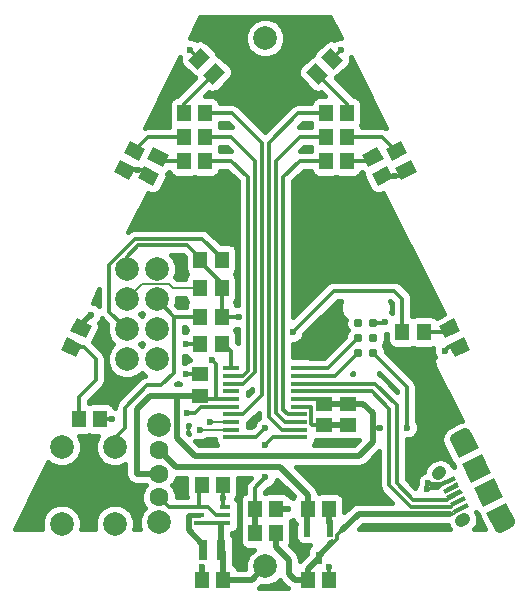
<source format=gtl>
G04 #@! TF.FileFunction,Copper,L1,Top,Signal*
%FSLAX46Y46*%
G04 Gerber Fmt 4.6, Leading zero omitted, Abs format (unit mm)*
G04 Created by KiCad (PCBNEW 4.0.2+e4-6225~38~ubuntu14.04.1-stable) date Wed 02 Nov 2016 10:45:12 GMT*
%MOMM*%
G01*
G04 APERTURE LIST*
%ADD10C,0.100000*%
%ADD11C,2.000000*%
%ADD12C,1.600000*%
%ADD13R,1.150000X1.450000*%
%ADD14R,1.450000X1.150000*%
%ADD15R,0.800000X1.700000*%
%ADD16C,1.000000*%
%ADD17R,0.950000X0.400000*%
%ADD18R,0.600000X1.000000*%
%ADD19C,0.787000*%
%ADD20R,1.350000X0.450000*%
%ADD21C,0.600000*%
%ADD22C,0.300000*%
%ADD23C,0.200000*%
%ADD24C,0.500000*%
%ADD25C,0.400000*%
G04 APERTURE END LIST*
D10*
D11*
X120800000Y-107200000D03*
X120800000Y-109740000D03*
X120800000Y-112280000D03*
X120800000Y-114820000D03*
X118260000Y-114820000D03*
X118260000Y-112280000D03*
X118260000Y-109740000D03*
X118260000Y-107200000D03*
X112750000Y-128750000D03*
X117250000Y-128750000D03*
X117250000Y-122250000D03*
X112750000Y-122250000D03*
X130000000Y-87650000D03*
X130000000Y-132350000D03*
D12*
X121000000Y-124500000D03*
X121000000Y-126500000D03*
X121000000Y-122500000D03*
D11*
X121000000Y-120400000D03*
X121000000Y-128600000D03*
D13*
X130900000Y-127500000D03*
X129100000Y-127500000D03*
X124900000Y-98000000D03*
X123100000Y-98000000D03*
X114200000Y-119900000D03*
X116000000Y-119900000D03*
X124900000Y-96000000D03*
X123100000Y-96000000D03*
X123100000Y-94000000D03*
X124900000Y-94000000D03*
X141600000Y-112500000D03*
X143400000Y-112500000D03*
X136900000Y-94000000D03*
X135100000Y-94000000D03*
X135100000Y-96000000D03*
X136900000Y-96000000D03*
X136900000Y-98000000D03*
X135100000Y-98000000D03*
X130900000Y-129500000D03*
X129100000Y-129500000D03*
X124500000Y-111200000D03*
X126300000Y-111200000D03*
X124600000Y-125500000D03*
X126400000Y-125500000D03*
X135400000Y-127500000D03*
X133600000Y-127500000D03*
X133600000Y-133500000D03*
X135400000Y-133500000D03*
X124600000Y-133500000D03*
X126400000Y-133500000D03*
D14*
X124500000Y-116100000D03*
X124500000Y-117900000D03*
X137000000Y-118600000D03*
X137000000Y-120400000D03*
X135000000Y-120400000D03*
X135000000Y-118600000D03*
D10*
G36*
X119293783Y-98034025D02*
X117997260Y-97384774D01*
X118512183Y-96356497D01*
X119808706Y-97005748D01*
X119293783Y-98034025D01*
X119293783Y-98034025D01*
G37*
G36*
X118487817Y-99643503D02*
X117191294Y-98994252D01*
X117706217Y-97965975D01*
X119002740Y-98615226D01*
X118487817Y-99643503D01*
X118487817Y-99643503D01*
G37*
G36*
X140808706Y-99494252D02*
X139512183Y-100143503D01*
X138997260Y-99115226D01*
X140293783Y-98465975D01*
X140808706Y-99494252D01*
X140808706Y-99494252D01*
G37*
G36*
X140002740Y-97884774D02*
X138706217Y-98534025D01*
X138191294Y-97505748D01*
X139487817Y-96856497D01*
X140002740Y-97884774D01*
X140002740Y-97884774D01*
G37*
G36*
X142002740Y-97384774D02*
X140706217Y-98034025D01*
X140191294Y-97005748D01*
X141487817Y-96356497D01*
X142002740Y-97384774D01*
X142002740Y-97384774D01*
G37*
G36*
X142808706Y-98994252D02*
X141512183Y-99643503D01*
X140997260Y-98615226D01*
X142293783Y-97965975D01*
X142808706Y-98994252D01*
X142808706Y-98994252D01*
G37*
G36*
X135530330Y-88444365D02*
X136555635Y-89469670D01*
X135742462Y-90282843D01*
X134717157Y-89257538D01*
X135530330Y-88444365D01*
X135530330Y-88444365D01*
G37*
G36*
X134257538Y-89717157D02*
X135282843Y-90742462D01*
X134469670Y-91555635D01*
X133444365Y-90530330D01*
X134257538Y-89717157D01*
X134257538Y-89717157D01*
G37*
G36*
X146502740Y-112384774D02*
X145206217Y-113034025D01*
X144691294Y-112005748D01*
X145987817Y-111356497D01*
X146502740Y-112384774D01*
X146502740Y-112384774D01*
G37*
G36*
X147308706Y-113994252D02*
X146012183Y-114643503D01*
X145497260Y-113615226D01*
X146793783Y-112965975D01*
X147308706Y-113994252D01*
X147308706Y-113994252D01*
G37*
G36*
X120487817Y-100143503D02*
X119191294Y-99494252D01*
X119706217Y-98465975D01*
X121002740Y-99115226D01*
X120487817Y-100143503D01*
X120487817Y-100143503D01*
G37*
G36*
X121293783Y-98534025D02*
X119997260Y-97884774D01*
X120512183Y-96856497D01*
X121808706Y-97505748D01*
X121293783Y-98534025D01*
X121293783Y-98534025D01*
G37*
G36*
X113206217Y-112965975D02*
X114502740Y-113615226D01*
X113987817Y-114643503D01*
X112691294Y-113994252D01*
X113206217Y-112965975D01*
X113206217Y-112965975D01*
G37*
G36*
X114012183Y-111356497D02*
X115308706Y-112005748D01*
X114793783Y-113034025D01*
X113497260Y-112384774D01*
X114012183Y-111356497D01*
X114012183Y-111356497D01*
G37*
G36*
X123444365Y-89469670D02*
X124469670Y-88444365D01*
X125282843Y-89257538D01*
X124257538Y-90282843D01*
X123444365Y-89469670D01*
X123444365Y-89469670D01*
G37*
G36*
X124717157Y-90742462D02*
X125742462Y-89717157D01*
X126555635Y-90530330D01*
X125530330Y-91555635D01*
X124717157Y-90742462D01*
X124717157Y-90742462D01*
G37*
D15*
X126250000Y-131000000D03*
X124750000Y-131000000D03*
D10*
G36*
X146693106Y-126176593D02*
X145485998Y-126781068D01*
X145306894Y-126423407D01*
X146514002Y-125818932D01*
X146693106Y-126176593D01*
X146693106Y-126176593D01*
G37*
G36*
X146402063Y-125595392D02*
X145194955Y-126199867D01*
X145015851Y-125842206D01*
X146222959Y-125237731D01*
X146402063Y-125595392D01*
X146402063Y-125595392D01*
G37*
G36*
X146984150Y-126757793D02*
X145777042Y-127362268D01*
X145597938Y-127004607D01*
X146805046Y-126400132D01*
X146984150Y-126757793D01*
X146984150Y-126757793D01*
G37*
G36*
X147275193Y-127338993D02*
X146068085Y-127943468D01*
X145888981Y-127585807D01*
X147096089Y-126981332D01*
X147275193Y-127338993D01*
X147275193Y-127338993D01*
G37*
G36*
X146111020Y-125014192D02*
X144903912Y-125618667D01*
X144724808Y-125261006D01*
X145931916Y-124656531D01*
X146111020Y-125014192D01*
X146111020Y-125014192D01*
G37*
D16*
X144601367Y-124511998D02*
X144824905Y-124400058D01*
X146593895Y-128490984D02*
X146817433Y-128379044D01*
D10*
G36*
X149129370Y-124453335D02*
X147430477Y-125304077D01*
X146624510Y-123694599D01*
X148323403Y-122843857D01*
X149129370Y-124453335D01*
X149129370Y-124453335D01*
G37*
G36*
X150159216Y-126509889D02*
X148460323Y-127360631D01*
X147654356Y-125751153D01*
X149353249Y-124900411D01*
X150159216Y-126509889D01*
X150159216Y-126509889D01*
G37*
G36*
X148077136Y-122352072D02*
X146378243Y-123202815D01*
X145673022Y-121794522D01*
X147371915Y-120943779D01*
X148077136Y-122352072D01*
X148077136Y-122352072D01*
G37*
D16*
X146120100Y-121570642D02*
X146924838Y-121167658D01*
D10*
G36*
X151110704Y-128409966D02*
X149411811Y-129260709D01*
X148706590Y-127852416D01*
X150405483Y-127001673D01*
X151110704Y-128409966D01*
X151110704Y-128409966D01*
G37*
D16*
X149858888Y-129036830D02*
X150663626Y-128633846D01*
D17*
X126600000Y-128650000D03*
X126600000Y-128000000D03*
X126600000Y-127350000D03*
X124400000Y-127350000D03*
X124400000Y-128000000D03*
X124400000Y-128650000D03*
D18*
X135450000Y-129350000D03*
X133550000Y-129350000D03*
X134500000Y-131650000D03*
D19*
X139140000Y-114270000D03*
X137870000Y-114270000D03*
X139140000Y-113000000D03*
X137870000Y-113000000D03*
X139140000Y-111730000D03*
X137870000Y-111730000D03*
D20*
X127125000Y-115575000D03*
X127125000Y-116225000D03*
X127125000Y-116875000D03*
X127125000Y-117525000D03*
X127125000Y-118175000D03*
X127125000Y-118825000D03*
X127125000Y-119475000D03*
X127125000Y-120125000D03*
X127125000Y-120775000D03*
X127125000Y-121425000D03*
X132875000Y-121425000D03*
X132875000Y-120775000D03*
X132875000Y-120125000D03*
X132875000Y-119475000D03*
X132875000Y-118825000D03*
X132875000Y-118175000D03*
X132875000Y-117525000D03*
X132875000Y-116875000D03*
X132875000Y-116225000D03*
X132875000Y-115575000D03*
D13*
X124500000Y-113500000D03*
X126300000Y-113500000D03*
X124500000Y-108800000D03*
X126300000Y-108800000D03*
X126300000Y-106400000D03*
X124500000Y-106400000D03*
D21*
X127725000Y-111225000D03*
X125500000Y-114875000D03*
X139700000Y-120600000D03*
X142000000Y-120600000D03*
X115225000Y-111025000D03*
X123300000Y-113500000D03*
X145200000Y-114100000D03*
X140100000Y-111700000D03*
X123300000Y-116100000D03*
X136400000Y-88600000D03*
X123600000Y-88600000D03*
X141000000Y-99304739D03*
X119200000Y-98804739D03*
X136000000Y-120400000D03*
X131900000Y-127500000D03*
X124600000Y-132400000D03*
X135400000Y-128500000D03*
X143700000Y-125800000D03*
X143800000Y-125300000D03*
X144200000Y-125600000D03*
X135400000Y-132400000D03*
X126400000Y-126600000D03*
X130000000Y-124800000D03*
X130000000Y-122100000D03*
X132300000Y-112500000D03*
X130000000Y-120600000D03*
X117000000Y-119900000D03*
X123350000Y-119380000D03*
X125275000Y-120125000D03*
X124425000Y-120775000D03*
D22*
X132875000Y-115575000D02*
X135295000Y-115575000D01*
X135295000Y-115575000D02*
X137870000Y-113000000D01*
X132875000Y-116225000D02*
X135915000Y-116225000D01*
X135915000Y-116225000D02*
X137870000Y-114270000D01*
X132875000Y-116875000D02*
X139275000Y-116875000D01*
X139275000Y-116875000D02*
X141100000Y-118700000D01*
X141100000Y-118700000D02*
X141100000Y-125300000D01*
X141100000Y-125300000D02*
X142500000Y-126700000D01*
X142500000Y-126700000D02*
X143575000Y-126700000D01*
X145400000Y-126700000D02*
X143575000Y-126700000D01*
D23*
X145800000Y-126300000D02*
X145400000Y-126700000D01*
X146000000Y-126300000D02*
X145800000Y-126300000D01*
D22*
X140500000Y-119000000D02*
X140500000Y-125500000D01*
X140500000Y-125500000D02*
X142300000Y-127300000D01*
X142300000Y-127300000D02*
X143680012Y-127300000D01*
X139000000Y-117500000D02*
X140500000Y-119000000D01*
X133875000Y-117500000D02*
X139000000Y-117500000D01*
X132875000Y-117525000D02*
X133850000Y-117525000D01*
X133850000Y-117525000D02*
X133875000Y-117500000D01*
D23*
X146291044Y-126881200D02*
X146118800Y-126881200D01*
X146118800Y-126881200D02*
X145700000Y-127300000D01*
D22*
X145700000Y-127300000D02*
X143680012Y-127300000D01*
X118260000Y-107200000D02*
X118260000Y-106140000D01*
X118260000Y-106140000D02*
X119250000Y-105150000D01*
X119250000Y-105150000D02*
X123400000Y-105150000D01*
X123400000Y-105150000D02*
X124500000Y-106250000D01*
X124500000Y-106250000D02*
X124500000Y-106400000D01*
X124500000Y-106400000D02*
X124500000Y-106550000D01*
X124500000Y-106550000D02*
X126300000Y-108350000D01*
X126300000Y-108350000D02*
X126300000Y-108800000D01*
D24*
X122200000Y-117900000D02*
X122490000Y-117900000D01*
X122490000Y-117900000D02*
X123100000Y-117900000D01*
X139100000Y-120700000D02*
X139100000Y-121800000D01*
X139100000Y-121800000D02*
X137900000Y-123000000D01*
X137900000Y-123000000D02*
X124000000Y-123000000D01*
X124000000Y-123000000D02*
X122490000Y-121490000D01*
X122490000Y-121490000D02*
X122490000Y-117900000D01*
D22*
X127725000Y-111225000D02*
X126325000Y-111225000D01*
X126325000Y-111225000D02*
X126300000Y-111200000D01*
X125800000Y-118175000D02*
X124775000Y-118175000D01*
X127125000Y-118175000D02*
X125800000Y-118175000D01*
X125800000Y-118175000D02*
X125800000Y-115175000D01*
X125800000Y-115175000D02*
X125500000Y-114875000D01*
D24*
X121925000Y-117900000D02*
X122200000Y-117900000D01*
X120200000Y-117900000D02*
X121925000Y-117900000D01*
D22*
X124500000Y-117900000D02*
X121925000Y-117900000D01*
X126300000Y-108900000D02*
X126300000Y-111200000D01*
D24*
X139100000Y-120700000D02*
X139100000Y-119400000D01*
D22*
X139700000Y-120600000D02*
X139200000Y-120600000D01*
X139200000Y-120600000D02*
X139100000Y-120700000D01*
X139140000Y-114270000D02*
X142000000Y-117130000D01*
X142000000Y-117130000D02*
X142000000Y-120600000D01*
X132875000Y-118175000D02*
X134575000Y-118175000D01*
X134575000Y-118175000D02*
X135000000Y-118600000D01*
D24*
X137000000Y-118600000D02*
X135000000Y-118600000D01*
X139100000Y-119400000D02*
X138300000Y-118600000D01*
X138300000Y-118600000D02*
X137000000Y-118600000D01*
X123100000Y-117900000D02*
X124500000Y-117900000D01*
D22*
X124775000Y-118175000D02*
X124500000Y-117900000D01*
D24*
X119100000Y-119000000D02*
X120200000Y-117900000D01*
X119100000Y-124500000D02*
X119100000Y-119000000D01*
X119100000Y-124500000D02*
X121000000Y-124500000D01*
X114402983Y-111847017D02*
X115225000Y-111025000D01*
X114402983Y-112195261D02*
X114402983Y-111847017D01*
D22*
X114402983Y-112202983D02*
X114402983Y-112195261D01*
X123625000Y-113500000D02*
X123300000Y-113500000D01*
X124500000Y-113500000D02*
X123625000Y-113500000D01*
X124700000Y-113500000D02*
X123825000Y-113500000D01*
X146402983Y-113804739D02*
X145495261Y-113804739D01*
X145495261Y-113804739D02*
X145200000Y-114100000D01*
X139140000Y-111730000D02*
X140070000Y-111730000D01*
D23*
X140070000Y-111730000D02*
X140100000Y-111700000D01*
D22*
X124500000Y-116100000D02*
X123300000Y-116100000D01*
X135636396Y-89363604D02*
X136400000Y-88600000D01*
X124363604Y-89363604D02*
X123600000Y-88600000D01*
X141000000Y-99304739D02*
X141402983Y-99304739D01*
X139902983Y-99304739D02*
X141000000Y-99304739D01*
X141402983Y-99304739D02*
X141902983Y-98804739D01*
X119200000Y-98804739D02*
X119597017Y-98804739D01*
X118097017Y-98804739D02*
X119200000Y-98804739D01*
X119597017Y-98804739D02*
X120097017Y-99304739D01*
X132875000Y-118825000D02*
X133825000Y-118825000D01*
X133825000Y-118825000D02*
X133900000Y-118900000D01*
X133900000Y-118900000D02*
X133900000Y-120325000D01*
X133900000Y-120325000D02*
X133975000Y-120400000D01*
X133975000Y-120400000D02*
X135000000Y-120400000D01*
D24*
X136000000Y-120400000D02*
X135000000Y-120400000D01*
X137000000Y-120400000D02*
X136000000Y-120400000D01*
X130900000Y-127500000D02*
X131900000Y-127500000D01*
D22*
X126400000Y-126600000D02*
X126400000Y-127150000D01*
X126400000Y-127150000D02*
X126600000Y-127350000D01*
D24*
X124600000Y-133500000D02*
X124600000Y-132400000D01*
X135400000Y-127500000D02*
X135400000Y-128500000D01*
X135450000Y-129350000D02*
X135450000Y-128550000D01*
X135450000Y-128550000D02*
X135400000Y-128500000D01*
D23*
X144524264Y-125474264D02*
X144450000Y-125400000D01*
X144750000Y-125474264D02*
X144524264Y-125474264D01*
X144200000Y-125600000D02*
X144624264Y-125600000D01*
X144624264Y-125600000D02*
X144750000Y-125474264D01*
X143800000Y-125300000D02*
X145255513Y-125300000D01*
X145255513Y-125300000D02*
X145417914Y-125137599D01*
X143700000Y-125800000D02*
X144600000Y-125800000D01*
X144600000Y-125800000D02*
X144800000Y-125600000D01*
X143800000Y-125300000D02*
X143800000Y-125700000D01*
X143800000Y-125700000D02*
X143700000Y-125800000D01*
X144200000Y-125600000D02*
X144100000Y-125600000D01*
X144100000Y-125600000D02*
X143800000Y-125300000D01*
X144800000Y-125600000D02*
X144200000Y-125600000D01*
X145262401Y-125137599D02*
X144800000Y-125600000D01*
X145417914Y-125137599D02*
X145262401Y-125137599D01*
D22*
X135400000Y-133500000D02*
X135400000Y-132400000D01*
X126400000Y-125500000D02*
X126400000Y-126600000D01*
X126600000Y-125700000D02*
X126400000Y-125500000D01*
X132875000Y-119475000D02*
X131875000Y-119475000D01*
X131875000Y-119475000D02*
X131500000Y-119100000D01*
X131500000Y-119100000D02*
X131500000Y-99400000D01*
X131500000Y-99400000D02*
X132900000Y-98000000D01*
X132900000Y-98000000D02*
X135100000Y-98000000D01*
X132875000Y-120125000D02*
X131625000Y-120125000D01*
X131625000Y-120125000D02*
X130900000Y-119400000D01*
X130900000Y-119400000D02*
X130900000Y-98000000D01*
X130900000Y-98000000D02*
X132900000Y-96000000D01*
X132900000Y-96000000D02*
X135100000Y-96000000D01*
X132875000Y-120775000D02*
X131375000Y-120775000D01*
X131375000Y-120775000D02*
X130300000Y-119700000D01*
X130300000Y-119700000D02*
X130300000Y-96500000D01*
X130300000Y-96500000D02*
X132800000Y-94000000D01*
X132800000Y-94000000D02*
X135100000Y-94000000D01*
X129100000Y-125700000D02*
X129100000Y-127500000D01*
X130000000Y-124800000D02*
X129100000Y-125700000D01*
X132875000Y-121425000D02*
X130675000Y-121425000D01*
X130675000Y-121425000D02*
X130000000Y-122100000D01*
D24*
X129100000Y-129500000D02*
X129100000Y-127500000D01*
D22*
X140900000Y-109000000D02*
X141600000Y-109700000D01*
X141600000Y-109700000D02*
X141600000Y-112500000D01*
X135800000Y-109000000D02*
X140900000Y-109000000D01*
X132300000Y-112500000D02*
X135800000Y-109000000D01*
X127125000Y-121425000D02*
X129175000Y-121425000D01*
X129175000Y-121425000D02*
X130000000Y-120600000D01*
X124900000Y-94000000D02*
X127200000Y-94000000D01*
X127200000Y-94000000D02*
X129700000Y-96500000D01*
X129700000Y-96500000D02*
X129700000Y-117875000D01*
X129700000Y-117875000D02*
X128100000Y-119475000D01*
X128100000Y-119475000D02*
X127125000Y-119475000D01*
X129100000Y-98000000D02*
X129100000Y-115900000D01*
X128125000Y-116875000D02*
X128100000Y-116875000D01*
X128100000Y-116875000D02*
X127125000Y-116875000D01*
X129100000Y-115900000D02*
X128125000Y-116875000D01*
X129100000Y-98000000D02*
X127100000Y-96000000D01*
X127100000Y-96000000D02*
X124900000Y-96000000D01*
X124900000Y-98000000D02*
X127100000Y-98000000D01*
X127100000Y-98000000D02*
X128500000Y-99400000D01*
X128500000Y-99400000D02*
X128500000Y-115825000D01*
X128500000Y-115825000D02*
X128100000Y-116225000D01*
X128100000Y-116225000D02*
X127125000Y-116225000D01*
X123350000Y-119380000D02*
X124020000Y-119380000D01*
X124020000Y-119380000D02*
X124575000Y-118825000D01*
X116000000Y-119900000D02*
X117000000Y-119900000D01*
X127125000Y-118825000D02*
X124575000Y-118825000D01*
D23*
X145875000Y-127900000D02*
X145975000Y-127800000D01*
X145600000Y-127900000D02*
X145875000Y-127900000D01*
X146000000Y-127900000D02*
X145600000Y-127900000D01*
X146582087Y-127462400D02*
X146437600Y-127462400D01*
X145800000Y-127800000D02*
X145900000Y-127700000D01*
D22*
X145800000Y-127900000D02*
X145600000Y-127900000D01*
D23*
X145800000Y-127900000D02*
X145800000Y-127800000D01*
D24*
X132000000Y-132975000D02*
X132000000Y-131825000D01*
X132000000Y-131825000D02*
X130900000Y-130725000D01*
X130900000Y-130725000D02*
X130900000Y-129500000D01*
X133600000Y-133500000D02*
X132525000Y-133500000D01*
X132525000Y-133500000D02*
X132000000Y-132975000D01*
D22*
X135650000Y-130300000D02*
X135840002Y-130300000D01*
D24*
X134500000Y-131650000D02*
X134500000Y-131450000D01*
X134500000Y-131450000D02*
X135650000Y-130300000D01*
X145600000Y-127900000D02*
X143572892Y-127900000D01*
D23*
X146437600Y-127462400D02*
X146000000Y-127900000D01*
D24*
X133600000Y-133500000D02*
X133600000Y-132550000D01*
X133600000Y-132550000D02*
X134500000Y-131650000D01*
X137900000Y-127900000D02*
X143572892Y-127900000D01*
X136500000Y-129300000D02*
X137900000Y-127900000D01*
D22*
X136100000Y-129700000D02*
X136500000Y-129300000D01*
X136100000Y-130040002D02*
X136100000Y-129700000D01*
X135840002Y-130300000D02*
X136100000Y-130040002D01*
D24*
X131225000Y-123900000D02*
X122400000Y-123900000D01*
X122400000Y-123900000D02*
X121000000Y-122500000D01*
X133600000Y-127500000D02*
X133600000Y-126275000D01*
X133600000Y-126275000D02*
X131225000Y-123900000D01*
X133550000Y-129350000D02*
X133550000Y-127550000D01*
X133550000Y-127550000D02*
X133600000Y-127500000D01*
D22*
X124400000Y-128650000D02*
X126000000Y-128650000D01*
X126000000Y-128650000D02*
X126600000Y-128650000D01*
D24*
X126250000Y-131000000D02*
X126250000Y-128900000D01*
D22*
X126250000Y-128900000D02*
X126000000Y-128650000D01*
D24*
X126400000Y-133500000D02*
X126400000Y-131150000D01*
X126400000Y-131150000D02*
X126250000Y-131000000D01*
X126400000Y-133500000D02*
X128850000Y-133500000D01*
X128850000Y-133500000D02*
X130000000Y-132350000D01*
D25*
X124400000Y-128000000D02*
X123625000Y-128000000D01*
X123625000Y-128000000D02*
X123500000Y-128125000D01*
D24*
X123500000Y-128125000D02*
X123500000Y-129300000D01*
X123500000Y-129300000D02*
X124750000Y-130550000D01*
D22*
X124750000Y-130550000D02*
X124750000Y-131000000D01*
X124400000Y-127350000D02*
X124400000Y-125700000D01*
X124400000Y-125700000D02*
X124600000Y-125500000D01*
X124400000Y-127350000D02*
X121850000Y-127350000D01*
X121850000Y-127350000D02*
X121000000Y-126500000D01*
X126600000Y-128000000D02*
X125825000Y-128000000D01*
X125825000Y-128000000D02*
X125175000Y-127350000D01*
X125175000Y-127350000D02*
X124400000Y-127350000D01*
X123100000Y-94000000D02*
X123100000Y-93172792D01*
X123100000Y-93172792D02*
X125053034Y-91219758D01*
X125053034Y-91219758D02*
X125636396Y-90636396D01*
X115625000Y-114775000D02*
X114654739Y-113804739D01*
X114654739Y-113804739D02*
X113597017Y-113804739D01*
X115625000Y-116550000D02*
X115625000Y-114775000D01*
X114200000Y-117975000D02*
X115625000Y-116550000D01*
X114200000Y-119900000D02*
X114200000Y-117975000D01*
X123100000Y-98000000D02*
X121207722Y-98000000D01*
X121207722Y-98000000D02*
X120902983Y-97695261D01*
X143400000Y-112500000D02*
X145292278Y-112500000D01*
X145292278Y-112500000D02*
X145597017Y-112195261D01*
X136900000Y-94000000D02*
X136900000Y-93172792D01*
X136900000Y-93172792D02*
X134946966Y-91219758D01*
X134946966Y-91219758D02*
X134363604Y-90636396D01*
X136900000Y-96000000D02*
X139901756Y-96000000D01*
X139901756Y-96000000D02*
X141097017Y-97195261D01*
X136900000Y-98000000D02*
X138792278Y-98000000D01*
X138792278Y-98000000D02*
X139097017Y-97695261D01*
X123100000Y-96000000D02*
X120098244Y-96000000D01*
X120098244Y-96000000D02*
X118902983Y-97195261D01*
X126300000Y-113500000D02*
X126500000Y-113500000D01*
X126500000Y-113500000D02*
X127125000Y-114125000D01*
X127125000Y-115575000D02*
X127125000Y-114125000D01*
D23*
X127125000Y-120125000D02*
X125275000Y-120125000D01*
X127125000Y-120775000D02*
X124425000Y-120775000D01*
D22*
X122260000Y-111200000D02*
X122260000Y-115940000D01*
X122260000Y-115940000D02*
X121200000Y-117000000D01*
X121200000Y-117000000D02*
X120000000Y-117000000D01*
X120000000Y-117000000D02*
X118100000Y-118900000D01*
X117250000Y-121450000D02*
X117250000Y-122250000D01*
X118100000Y-118900000D02*
X118100000Y-120600000D01*
X118100000Y-120600000D02*
X117250000Y-121450000D01*
X124500000Y-111200000D02*
X122260000Y-111200000D01*
X122260000Y-111200000D02*
X120800000Y-109740000D01*
X120800000Y-109740000D02*
X120800000Y-109600000D01*
D23*
X124500000Y-108800000D02*
X122149999Y-108800000D01*
X122149999Y-108800000D02*
X121800000Y-108450001D01*
X121800000Y-108450001D02*
X119549999Y-108450001D01*
X119549999Y-108450001D02*
X118260000Y-109740000D01*
D22*
X118260000Y-112280000D02*
X118260000Y-112260000D01*
X118260000Y-112260000D02*
X116800000Y-110800000D01*
X116800000Y-110800000D02*
X116800000Y-106800000D01*
X116800000Y-106800000D02*
X119000000Y-104600000D01*
X119000000Y-104600000D02*
X124650000Y-104600000D01*
X124650000Y-104600000D02*
X126300000Y-106250000D01*
X126300000Y-106250000D02*
X126300000Y-106400000D01*
D25*
G36*
X131328249Y-133646751D02*
X131853248Y-134171751D01*
X131895525Y-134200000D01*
X129479474Y-134200000D01*
X129521751Y-134171751D01*
X129648659Y-134044843D01*
X129660366Y-134049704D01*
X130336667Y-134050294D01*
X130961715Y-133792030D01*
X131239821Y-133514410D01*
X131328249Y-133646751D01*
X131328249Y-133646751D01*
G37*
X131328249Y-133646751D02*
X131853248Y-134171751D01*
X131895525Y-134200000D01*
X129479474Y-134200000D01*
X129521751Y-134171751D01*
X129648659Y-134044843D01*
X129660366Y-134049704D01*
X130336667Y-134050294D01*
X130961715Y-133792030D01*
X131239821Y-133514410D01*
X131328249Y-133646751D01*
G36*
X128498959Y-125098959D02*
X128314702Y-125374719D01*
X128250000Y-125700000D01*
X128250000Y-126120133D01*
X128027349Y-126263405D01*
X127867518Y-126497326D01*
X127811287Y-126775000D01*
X127811287Y-128225000D01*
X127860097Y-128484404D01*
X127867978Y-128496652D01*
X127867518Y-128497326D01*
X127811287Y-128775000D01*
X127811287Y-130225000D01*
X127860097Y-130484404D01*
X128013405Y-130722651D01*
X128247326Y-130882482D01*
X128525000Y-130938713D01*
X129007488Y-130938713D01*
X128559650Y-131385770D01*
X128300296Y-132010366D01*
X128299825Y-132550000D01*
X127646377Y-132550000D01*
X127639903Y-132515596D01*
X127486595Y-132277349D01*
X127350000Y-132184018D01*
X127350000Y-131917716D01*
X127363713Y-131850000D01*
X127363713Y-130150000D01*
X127314903Y-129890596D01*
X127200000Y-129712032D01*
X127200000Y-129540193D01*
X127334404Y-129514903D01*
X127572651Y-129361595D01*
X127732482Y-129127674D01*
X127788713Y-128850000D01*
X127788713Y-128450000D01*
X127764329Y-128320410D01*
X127788713Y-128200000D01*
X127788713Y-127800000D01*
X127764329Y-127670410D01*
X127788713Y-127550000D01*
X127788713Y-127150000D01*
X127739903Y-126890596D01*
X127586595Y-126652349D01*
X127548158Y-126626086D01*
X127632482Y-126502674D01*
X127688713Y-126225000D01*
X127688713Y-124850000D01*
X128747918Y-124850000D01*
X128498959Y-125098959D01*
X128498959Y-125098959D01*
G37*
X128498959Y-125098959D02*
X128314702Y-125374719D01*
X128250000Y-125700000D01*
X128250000Y-126120133D01*
X128027349Y-126263405D01*
X127867518Y-126497326D01*
X127811287Y-126775000D01*
X127811287Y-128225000D01*
X127860097Y-128484404D01*
X127867978Y-128496652D01*
X127867518Y-128497326D01*
X127811287Y-128775000D01*
X127811287Y-130225000D01*
X127860097Y-130484404D01*
X128013405Y-130722651D01*
X128247326Y-130882482D01*
X128525000Y-130938713D01*
X129007488Y-130938713D01*
X128559650Y-131385770D01*
X128300296Y-132010366D01*
X128299825Y-132550000D01*
X127646377Y-132550000D01*
X127639903Y-132515596D01*
X127486595Y-132277349D01*
X127350000Y-132184018D01*
X127350000Y-131917716D01*
X127363713Y-131850000D01*
X127363713Y-130150000D01*
X127314903Y-129890596D01*
X127200000Y-129712032D01*
X127200000Y-129540193D01*
X127334404Y-129514903D01*
X127572651Y-129361595D01*
X127732482Y-129127674D01*
X127788713Y-128850000D01*
X127788713Y-128450000D01*
X127764329Y-128320410D01*
X127788713Y-128200000D01*
X127788713Y-127800000D01*
X127764329Y-127670410D01*
X127788713Y-127550000D01*
X127788713Y-127150000D01*
X127739903Y-126890596D01*
X127586595Y-126652349D01*
X127548158Y-126626086D01*
X127632482Y-126502674D01*
X127688713Y-126225000D01*
X127688713Y-124850000D01*
X128747918Y-124850000D01*
X128498959Y-125098959D01*
G36*
X132360097Y-128484404D02*
X132513405Y-128722651D01*
X132556160Y-128751864D01*
X132536287Y-128850000D01*
X132536287Y-129850000D01*
X132585097Y-130109404D01*
X132738405Y-130347651D01*
X132972326Y-130507482D01*
X133250000Y-130563713D01*
X133818423Y-130563713D01*
X133702349Y-130638405D01*
X133542518Y-130872326D01*
X133486287Y-131150000D01*
X133486287Y-131320210D01*
X132950000Y-131856498D01*
X132950000Y-131825000D01*
X132877686Y-131461451D01*
X132877686Y-131461450D01*
X132671751Y-131153249D01*
X132087301Y-130568799D01*
X132132482Y-130502674D01*
X132188713Y-130225000D01*
X132188713Y-128775000D01*
X132139903Y-128515596D01*
X132132022Y-128503348D01*
X132132482Y-128502674D01*
X132136180Y-128484414D01*
X132343946Y-128398567D01*
X132360097Y-128484404D01*
X132360097Y-128484404D01*
G37*
X132360097Y-128484404D02*
X132513405Y-128722651D01*
X132556160Y-128751864D01*
X132536287Y-128850000D01*
X132536287Y-129850000D01*
X132585097Y-130109404D01*
X132738405Y-130347651D01*
X132972326Y-130507482D01*
X133250000Y-130563713D01*
X133818423Y-130563713D01*
X133702349Y-130638405D01*
X133542518Y-130872326D01*
X133486287Y-131150000D01*
X133486287Y-131320210D01*
X132950000Y-131856498D01*
X132950000Y-131825000D01*
X132877686Y-131461451D01*
X132877686Y-131461450D01*
X132671751Y-131153249D01*
X132087301Y-130568799D01*
X132132482Y-130502674D01*
X132188713Y-130225000D01*
X132188713Y-128775000D01*
X132139903Y-128515596D01*
X132132022Y-128503348D01*
X132132482Y-128502674D01*
X132136180Y-128484414D01*
X132343946Y-128398567D01*
X132360097Y-128484404D01*
G36*
X115147326Y-121282482D02*
X115425000Y-121338713D01*
X115787666Y-121338713D01*
X115550296Y-121910366D01*
X115549706Y-122586667D01*
X115807970Y-123211715D01*
X116285770Y-123690350D01*
X116910366Y-123949704D01*
X117586667Y-123950294D01*
X118150000Y-123717530D01*
X118150000Y-124500000D01*
X118222314Y-124863549D01*
X118428249Y-125171751D01*
X118736451Y-125377686D01*
X119100000Y-125450000D01*
X119828871Y-125450000D01*
X119878678Y-125499894D01*
X119729103Y-125649209D01*
X119500261Y-126200323D01*
X119499740Y-126797059D01*
X119727620Y-127348572D01*
X119787380Y-127408437D01*
X119575287Y-127620161D01*
X119568921Y-127622064D01*
X119565615Y-127629815D01*
X119559650Y-127635770D01*
X119433100Y-127940538D01*
X119303615Y-128244154D01*
X119303527Y-128252584D01*
X119300296Y-128260366D01*
X119300008Y-128590282D01*
X119296568Y-128920420D01*
X119299713Y-128928243D01*
X119299706Y-128936667D01*
X119408513Y-129200000D01*
X118906231Y-129200000D01*
X118946385Y-129105846D01*
X118946473Y-129097416D01*
X118949704Y-129089634D01*
X118949992Y-128759718D01*
X118953432Y-128429580D01*
X118950287Y-128421757D01*
X118950294Y-128413333D01*
X118824297Y-128108396D01*
X118701146Y-127802096D01*
X118692212Y-127788726D01*
X118692030Y-127788285D01*
X118691690Y-127787945D01*
X118681079Y-127772064D01*
X118673607Y-127769830D01*
X118229839Y-127325287D01*
X118227936Y-127318921D01*
X118220185Y-127315615D01*
X118214230Y-127309650D01*
X117909462Y-127183100D01*
X117605846Y-127053615D01*
X117597416Y-127053527D01*
X117589634Y-127050296D01*
X117259718Y-127050008D01*
X116929580Y-127046568D01*
X116921757Y-127049713D01*
X116913333Y-127049706D01*
X116608396Y-127175703D01*
X116302096Y-127298854D01*
X116288726Y-127307788D01*
X116288285Y-127307970D01*
X116287945Y-127308310D01*
X116272064Y-127318921D01*
X116269830Y-127326393D01*
X115825287Y-127770161D01*
X115818921Y-127772064D01*
X115815615Y-127779815D01*
X115809650Y-127785770D01*
X115683100Y-128090538D01*
X115553615Y-128394154D01*
X115553527Y-128402584D01*
X115550296Y-128410366D01*
X115550008Y-128740282D01*
X115546568Y-129070420D01*
X115549713Y-129078243D01*
X115549706Y-129086667D01*
X115596534Y-129200000D01*
X114406231Y-129200000D01*
X114446385Y-129105846D01*
X114446473Y-129097416D01*
X114449704Y-129089634D01*
X114449992Y-128759718D01*
X114453432Y-128429580D01*
X114450287Y-128421757D01*
X114450294Y-128413333D01*
X114324297Y-128108396D01*
X114201146Y-127802096D01*
X114192212Y-127788726D01*
X114192030Y-127788285D01*
X114191690Y-127787945D01*
X114181079Y-127772064D01*
X114173607Y-127769830D01*
X113729839Y-127325287D01*
X113727936Y-127318921D01*
X113720185Y-127315615D01*
X113714230Y-127309650D01*
X113409462Y-127183100D01*
X113105846Y-127053615D01*
X113097416Y-127053527D01*
X113089634Y-127050296D01*
X112759718Y-127050008D01*
X112429580Y-127046568D01*
X112421757Y-127049713D01*
X112413333Y-127049706D01*
X112108396Y-127175703D01*
X111802096Y-127298854D01*
X111788726Y-127307788D01*
X111788285Y-127307970D01*
X111787945Y-127308310D01*
X111772064Y-127318921D01*
X111769830Y-127326393D01*
X111325287Y-127770161D01*
X111318921Y-127772064D01*
X111315615Y-127779815D01*
X111309650Y-127785770D01*
X111183100Y-128090538D01*
X111053615Y-128394154D01*
X111053527Y-128402584D01*
X111050296Y-128410366D01*
X111050008Y-128740282D01*
X111046568Y-129070420D01*
X111049713Y-129078243D01*
X111049706Y-129086667D01*
X111096534Y-129200000D01*
X108794428Y-129200000D01*
X111628183Y-123532488D01*
X111785770Y-123690350D01*
X112410366Y-123949704D01*
X113086667Y-123950294D01*
X113711715Y-123692030D01*
X114190350Y-123214230D01*
X114449704Y-122589634D01*
X114450294Y-121913333D01*
X114212866Y-121338713D01*
X114775000Y-121338713D01*
X115034404Y-121289903D01*
X115098151Y-121248883D01*
X115147326Y-121282482D01*
X115147326Y-121282482D01*
G37*
X115147326Y-121282482D02*
X115425000Y-121338713D01*
X115787666Y-121338713D01*
X115550296Y-121910366D01*
X115549706Y-122586667D01*
X115807970Y-123211715D01*
X116285770Y-123690350D01*
X116910366Y-123949704D01*
X117586667Y-123950294D01*
X118150000Y-123717530D01*
X118150000Y-124500000D01*
X118222314Y-124863549D01*
X118428249Y-125171751D01*
X118736451Y-125377686D01*
X119100000Y-125450000D01*
X119828871Y-125450000D01*
X119878678Y-125499894D01*
X119729103Y-125649209D01*
X119500261Y-126200323D01*
X119499740Y-126797059D01*
X119727620Y-127348572D01*
X119787380Y-127408437D01*
X119575287Y-127620161D01*
X119568921Y-127622064D01*
X119565615Y-127629815D01*
X119559650Y-127635770D01*
X119433100Y-127940538D01*
X119303615Y-128244154D01*
X119303527Y-128252584D01*
X119300296Y-128260366D01*
X119300008Y-128590282D01*
X119296568Y-128920420D01*
X119299713Y-128928243D01*
X119299706Y-128936667D01*
X119408513Y-129200000D01*
X118906231Y-129200000D01*
X118946385Y-129105846D01*
X118946473Y-129097416D01*
X118949704Y-129089634D01*
X118949992Y-128759718D01*
X118953432Y-128429580D01*
X118950287Y-128421757D01*
X118950294Y-128413333D01*
X118824297Y-128108396D01*
X118701146Y-127802096D01*
X118692212Y-127788726D01*
X118692030Y-127788285D01*
X118691690Y-127787945D01*
X118681079Y-127772064D01*
X118673607Y-127769830D01*
X118229839Y-127325287D01*
X118227936Y-127318921D01*
X118220185Y-127315615D01*
X118214230Y-127309650D01*
X117909462Y-127183100D01*
X117605846Y-127053615D01*
X117597416Y-127053527D01*
X117589634Y-127050296D01*
X117259718Y-127050008D01*
X116929580Y-127046568D01*
X116921757Y-127049713D01*
X116913333Y-127049706D01*
X116608396Y-127175703D01*
X116302096Y-127298854D01*
X116288726Y-127307788D01*
X116288285Y-127307970D01*
X116287945Y-127308310D01*
X116272064Y-127318921D01*
X116269830Y-127326393D01*
X115825287Y-127770161D01*
X115818921Y-127772064D01*
X115815615Y-127779815D01*
X115809650Y-127785770D01*
X115683100Y-128090538D01*
X115553615Y-128394154D01*
X115553527Y-128402584D01*
X115550296Y-128410366D01*
X115550008Y-128740282D01*
X115546568Y-129070420D01*
X115549713Y-129078243D01*
X115549706Y-129086667D01*
X115596534Y-129200000D01*
X114406231Y-129200000D01*
X114446385Y-129105846D01*
X114446473Y-129097416D01*
X114449704Y-129089634D01*
X114449992Y-128759718D01*
X114453432Y-128429580D01*
X114450287Y-128421757D01*
X114450294Y-128413333D01*
X114324297Y-128108396D01*
X114201146Y-127802096D01*
X114192212Y-127788726D01*
X114192030Y-127788285D01*
X114191690Y-127787945D01*
X114181079Y-127772064D01*
X114173607Y-127769830D01*
X113729839Y-127325287D01*
X113727936Y-127318921D01*
X113720185Y-127315615D01*
X113714230Y-127309650D01*
X113409462Y-127183100D01*
X113105846Y-127053615D01*
X113097416Y-127053527D01*
X113089634Y-127050296D01*
X112759718Y-127050008D01*
X112429580Y-127046568D01*
X112421757Y-127049713D01*
X112413333Y-127049706D01*
X112108396Y-127175703D01*
X111802096Y-127298854D01*
X111788726Y-127307788D01*
X111788285Y-127307970D01*
X111787945Y-127308310D01*
X111772064Y-127318921D01*
X111769830Y-127326393D01*
X111325287Y-127770161D01*
X111318921Y-127772064D01*
X111315615Y-127779815D01*
X111309650Y-127785770D01*
X111183100Y-128090538D01*
X111053615Y-128394154D01*
X111053527Y-128402584D01*
X111050296Y-128410366D01*
X111050008Y-128740282D01*
X111046568Y-129070420D01*
X111049713Y-129078243D01*
X111049706Y-129086667D01*
X111096534Y-129200000D01*
X108794428Y-129200000D01*
X111628183Y-123532488D01*
X111785770Y-123690350D01*
X112410366Y-123949704D01*
X113086667Y-123950294D01*
X113711715Y-123692030D01*
X114190350Y-123214230D01*
X114449704Y-122589634D01*
X114450294Y-121913333D01*
X114212866Y-121338713D01*
X114775000Y-121338713D01*
X115034404Y-121289903D01*
X115098151Y-121248883D01*
X115147326Y-121282482D01*
G36*
X147867046Y-127739226D02*
X147896760Y-127798563D01*
X147941952Y-127837709D01*
X147981948Y-127890295D01*
X147994478Y-127897717D01*
X147994368Y-127898526D01*
X148013043Y-127967489D01*
X148018337Y-128041346D01*
X148050361Y-128105297D01*
X148068421Y-128171988D01*
X148583211Y-129200000D01*
X147687326Y-129200000D01*
X147747668Y-129153109D01*
X147979295Y-128746199D01*
X148037573Y-128281624D01*
X147913629Y-127830110D01*
X147847623Y-127745168D01*
X147858105Y-127727471D01*
X147867046Y-127739226D01*
X147867046Y-127739226D01*
G37*
X147867046Y-127739226D02*
X147896760Y-127798563D01*
X147941952Y-127837709D01*
X147981948Y-127890295D01*
X147994478Y-127897717D01*
X147994368Y-127898526D01*
X148013043Y-127967489D01*
X148018337Y-128041346D01*
X148050361Y-128105297D01*
X148068421Y-128171988D01*
X148583211Y-129200000D01*
X147687326Y-129200000D01*
X147747668Y-129153109D01*
X147979295Y-128746199D01*
X148037573Y-128281624D01*
X147913629Y-127830110D01*
X147847623Y-127745168D01*
X147858105Y-127727471D01*
X147867046Y-127739226D01*
G36*
X145497699Y-129039918D02*
X145622096Y-129200000D01*
X137943502Y-129200000D01*
X138293502Y-128850000D01*
X145445565Y-128850000D01*
X145497699Y-129039918D01*
X145497699Y-129039918D01*
G37*
X145497699Y-129039918D02*
X145622096Y-129200000D01*
X137943502Y-129200000D01*
X138293502Y-128850000D01*
X145445565Y-128850000D01*
X145497699Y-129039918D01*
G36*
X139650000Y-125500000D02*
X139714702Y-125825281D01*
X139898959Y-126101041D01*
X140747918Y-126950000D01*
X137900000Y-126950000D01*
X137596767Y-127010317D01*
X137536450Y-127022314D01*
X137228249Y-127228249D01*
X136688713Y-127767785D01*
X136688713Y-126775000D01*
X136639903Y-126515596D01*
X136486595Y-126277349D01*
X136252674Y-126117518D01*
X135975000Y-126061287D01*
X134825000Y-126061287D01*
X134565596Y-126110097D01*
X134522691Y-126137706D01*
X134483812Y-125942247D01*
X134477686Y-125911450D01*
X134271751Y-125603248D01*
X132618502Y-123950000D01*
X137900000Y-123950000D01*
X138203233Y-123889683D01*
X138263550Y-123877686D01*
X138571751Y-123671751D01*
X139650000Y-122593503D01*
X139650000Y-125500000D01*
X139650000Y-125500000D01*
G37*
X139650000Y-125500000D02*
X139714702Y-125825281D01*
X139898959Y-126101041D01*
X140747918Y-126950000D01*
X137900000Y-126950000D01*
X137596767Y-127010317D01*
X137536450Y-127022314D01*
X137228249Y-127228249D01*
X136688713Y-127767785D01*
X136688713Y-126775000D01*
X136639903Y-126515596D01*
X136486595Y-126277349D01*
X136252674Y-126117518D01*
X135975000Y-126061287D01*
X134825000Y-126061287D01*
X134565596Y-126110097D01*
X134522691Y-126137706D01*
X134483812Y-125942247D01*
X134477686Y-125911450D01*
X134271751Y-125603248D01*
X132618502Y-123950000D01*
X137900000Y-123950000D01*
X138203233Y-123889683D01*
X138263550Y-123877686D01*
X138571751Y-123671751D01*
X139650000Y-122593503D01*
X139650000Y-125500000D01*
G36*
X132412699Y-126431202D02*
X132367518Y-126497326D01*
X132346219Y-126602503D01*
X132140155Y-126516937D01*
X132139903Y-126515596D01*
X131986595Y-126277349D01*
X131752674Y-126117518D01*
X131475000Y-126061287D01*
X130325000Y-126061287D01*
X130065596Y-126110097D01*
X130001849Y-126151117D01*
X129952674Y-126117518D01*
X129950000Y-126116976D01*
X129950000Y-126052082D01*
X130204633Y-125797449D01*
X130565714Y-125648253D01*
X130847264Y-125367194D01*
X130994385Y-125012888D01*
X132412699Y-126431202D01*
X132412699Y-126431202D01*
G37*
X132412699Y-126431202D02*
X132367518Y-126497326D01*
X132346219Y-126602503D01*
X132140155Y-126516937D01*
X132139903Y-126515596D01*
X131986595Y-126277349D01*
X131752674Y-126117518D01*
X131475000Y-126061287D01*
X130325000Y-126061287D01*
X130065596Y-126110097D01*
X130001849Y-126151117D01*
X129952674Y-126117518D01*
X129950000Y-126116976D01*
X129950000Y-126052082D01*
X130204633Y-125797449D01*
X130565714Y-125648253D01*
X130847264Y-125367194D01*
X130994385Y-125012888D01*
X132412699Y-126431202D01*
G36*
X123311287Y-126225000D02*
X123360097Y-126484404D01*
X123370133Y-126500000D01*
X122500001Y-126500000D01*
X122500260Y-126202941D01*
X122272380Y-125651428D01*
X122121322Y-125500106D01*
X122270897Y-125350791D01*
X122478843Y-124850000D01*
X123311287Y-124850000D01*
X123311287Y-126225000D01*
X123311287Y-126225000D01*
G37*
X123311287Y-126225000D02*
X123360097Y-126484404D01*
X123370133Y-126500000D01*
X122500001Y-126500000D01*
X122500260Y-126202941D01*
X122272380Y-125651428D01*
X122121322Y-125500106D01*
X122270897Y-125350791D01*
X122478843Y-124850000D01*
X123311287Y-124850000D01*
X123311287Y-126225000D01*
G36*
X140311287Y-113225000D02*
X140360097Y-113484404D01*
X140513405Y-113722651D01*
X140747326Y-113882482D01*
X141025000Y-113938713D01*
X142175000Y-113938713D01*
X142434404Y-113889903D01*
X142498151Y-113848883D01*
X142547326Y-113882482D01*
X142825000Y-113938713D01*
X143975000Y-113938713D01*
X144201918Y-113896016D01*
X144200174Y-113900215D01*
X144199827Y-114298040D01*
X144324217Y-114599087D01*
X144260896Y-114693853D01*
X144255288Y-114722048D01*
X144241054Y-114747018D01*
X144225016Y-114874233D01*
X144200000Y-115000000D01*
X144205607Y-115028191D01*
X144202012Y-115056711D01*
X144235881Y-115180387D01*
X144260896Y-115306147D01*
X144276866Y-115330047D01*
X144284458Y-115357771D01*
X146618005Y-120024866D01*
X146512957Y-120053702D01*
X146432235Y-120072285D01*
X146326966Y-120125000D01*
X145553886Y-120512129D01*
X145553884Y-120512130D01*
X145538081Y-120520044D01*
X145474851Y-120573545D01*
X145184173Y-120799426D01*
X144952545Y-121206335D01*
X144894267Y-121670911D01*
X145018210Y-122122425D01*
X145076747Y-122197754D01*
X145740074Y-123522387D01*
X145784966Y-123581410D01*
X145814680Y-123640747D01*
X145859872Y-123679893D01*
X145899868Y-123732479D01*
X145912398Y-123739901D01*
X145912288Y-123740709D01*
X145930963Y-123809671D01*
X145936257Y-123883530D01*
X145968282Y-123947482D01*
X145970543Y-123955832D01*
X145949041Y-123952908D01*
X145921101Y-123851124D01*
X145633805Y-123481411D01*
X145226895Y-123249784D01*
X144762319Y-123191506D01*
X144310805Y-123315450D01*
X144040845Y-123450636D01*
X143671132Y-123737933D01*
X143439505Y-124144843D01*
X143410120Y-124379094D01*
X143234286Y-124451747D01*
X142952736Y-124732806D01*
X142800174Y-125100215D01*
X142799947Y-125359935D01*
X142700174Y-125600215D01*
X142700089Y-125698007D01*
X141950000Y-124947918D01*
X141950000Y-121599957D01*
X142198040Y-121600173D01*
X142565714Y-121448253D01*
X142847264Y-121167194D01*
X142999826Y-120799785D01*
X143000173Y-120401960D01*
X142850000Y-120038514D01*
X142850000Y-117130000D01*
X142785298Y-116804719D01*
X142601041Y-116528959D01*
X140233595Y-114161513D01*
X140233689Y-114053444D01*
X140067565Y-113651391D01*
X140051443Y-113635241D01*
X140066484Y-113620227D01*
X140233310Y-113218465D01*
X140233689Y-112783444D01*
X140199247Y-112700087D01*
X140298040Y-112700173D01*
X140311287Y-112694699D01*
X140311287Y-113225000D01*
X140311287Y-113225000D01*
G37*
X140311287Y-113225000D02*
X140360097Y-113484404D01*
X140513405Y-113722651D01*
X140747326Y-113882482D01*
X141025000Y-113938713D01*
X142175000Y-113938713D01*
X142434404Y-113889903D01*
X142498151Y-113848883D01*
X142547326Y-113882482D01*
X142825000Y-113938713D01*
X143975000Y-113938713D01*
X144201918Y-113896016D01*
X144200174Y-113900215D01*
X144199827Y-114298040D01*
X144324217Y-114599087D01*
X144260896Y-114693853D01*
X144255288Y-114722048D01*
X144241054Y-114747018D01*
X144225016Y-114874233D01*
X144200000Y-115000000D01*
X144205607Y-115028191D01*
X144202012Y-115056711D01*
X144235881Y-115180387D01*
X144260896Y-115306147D01*
X144276866Y-115330047D01*
X144284458Y-115357771D01*
X146618005Y-120024866D01*
X146512957Y-120053702D01*
X146432235Y-120072285D01*
X146326966Y-120125000D01*
X145553886Y-120512129D01*
X145553884Y-120512130D01*
X145538081Y-120520044D01*
X145474851Y-120573545D01*
X145184173Y-120799426D01*
X144952545Y-121206335D01*
X144894267Y-121670911D01*
X145018210Y-122122425D01*
X145076747Y-122197754D01*
X145740074Y-123522387D01*
X145784966Y-123581410D01*
X145814680Y-123640747D01*
X145859872Y-123679893D01*
X145899868Y-123732479D01*
X145912398Y-123739901D01*
X145912288Y-123740709D01*
X145930963Y-123809671D01*
X145936257Y-123883530D01*
X145968282Y-123947482D01*
X145970543Y-123955832D01*
X145949041Y-123952908D01*
X145921101Y-123851124D01*
X145633805Y-123481411D01*
X145226895Y-123249784D01*
X144762319Y-123191506D01*
X144310805Y-123315450D01*
X144040845Y-123450636D01*
X143671132Y-123737933D01*
X143439505Y-124144843D01*
X143410120Y-124379094D01*
X143234286Y-124451747D01*
X142952736Y-124732806D01*
X142800174Y-125100215D01*
X142799947Y-125359935D01*
X142700174Y-125600215D01*
X142700089Y-125698007D01*
X141950000Y-124947918D01*
X141950000Y-121599957D01*
X142198040Y-121600173D01*
X142565714Y-121448253D01*
X142847264Y-121167194D01*
X142999826Y-120799785D01*
X143000173Y-120401960D01*
X142850000Y-120038514D01*
X142850000Y-117130000D01*
X142785298Y-116804719D01*
X142601041Y-116528959D01*
X140233595Y-114161513D01*
X140233689Y-114053444D01*
X140067565Y-113651391D01*
X140051443Y-113635241D01*
X140066484Y-113620227D01*
X140233310Y-113218465D01*
X140233689Y-112783444D01*
X140199247Y-112700087D01*
X140298040Y-112700173D01*
X140311287Y-112694699D01*
X140311287Y-113225000D01*
G36*
X125736287Y-121650000D02*
X125785097Y-121909404D01*
X125875568Y-122050000D01*
X124393503Y-122050000D01*
X124042429Y-121698926D01*
X124225215Y-121774826D01*
X124623040Y-121775173D01*
X124990714Y-121623253D01*
X125039051Y-121575000D01*
X125736287Y-121575000D01*
X125736287Y-121650000D01*
X125736287Y-121650000D01*
G37*
X125736287Y-121650000D02*
X125785097Y-121909404D01*
X125875568Y-122050000D01*
X124393503Y-122050000D01*
X124042429Y-121698926D01*
X124225215Y-121774826D01*
X124623040Y-121775173D01*
X124990714Y-121623253D01*
X125039051Y-121575000D01*
X125736287Y-121575000D01*
X125736287Y-121650000D01*
G36*
X135997326Y-121632482D02*
X136275000Y-121688713D01*
X137725000Y-121688713D01*
X137900878Y-121655619D01*
X137506498Y-122050000D01*
X134123900Y-122050000D01*
X134207482Y-121927674D01*
X134256627Y-121684992D01*
X134275000Y-121688713D01*
X135725000Y-121688713D01*
X135984404Y-121639903D01*
X135996652Y-121632022D01*
X135997326Y-121632482D01*
X135997326Y-121632482D01*
G37*
X135997326Y-121632482D02*
X136275000Y-121688713D01*
X137725000Y-121688713D01*
X137900878Y-121655619D01*
X137506498Y-122050000D01*
X134123900Y-122050000D01*
X134207482Y-121927674D01*
X134256627Y-121684992D01*
X134275000Y-121688713D01*
X135725000Y-121688713D01*
X135984404Y-121639903D01*
X135996652Y-121632022D01*
X135997326Y-121632482D01*
G36*
X123501074Y-121157572D02*
X123440000Y-121096498D01*
X123440000Y-121009761D01*
X123501074Y-121157572D01*
X123501074Y-121157572D01*
G37*
X123501074Y-121157572D02*
X123440000Y-121096498D01*
X123440000Y-121009761D01*
X123501074Y-121157572D01*
G36*
X129450000Y-119700000D02*
X129458318Y-119741817D01*
X129434286Y-119751747D01*
X129152736Y-120032806D01*
X129001929Y-120395989D01*
X128822918Y-120575000D01*
X128513713Y-120575000D01*
X128513713Y-120550000D01*
X128494206Y-120446328D01*
X128513713Y-120350000D01*
X128513713Y-120201210D01*
X128701041Y-120076041D01*
X129450000Y-119327082D01*
X129450000Y-119700000D01*
X129450000Y-119700000D01*
G37*
X129450000Y-119700000D02*
X129458318Y-119741817D01*
X129434286Y-119751747D01*
X129152736Y-120032806D01*
X129001929Y-120395989D01*
X128822918Y-120575000D01*
X128513713Y-120575000D01*
X128513713Y-120550000D01*
X128494206Y-120446328D01*
X128513713Y-120350000D01*
X128513713Y-120201210D01*
X128701041Y-120076041D01*
X129450000Y-119327082D01*
X129450000Y-119700000D01*
G36*
X123506178Y-120380136D02*
X123440000Y-120539510D01*
X123440000Y-120380079D01*
X123506178Y-120380136D01*
X123506178Y-120380136D01*
G37*
X123506178Y-120380136D02*
X123440000Y-120539510D01*
X123440000Y-120380079D01*
X123506178Y-120380136D01*
G36*
X116198959Y-111401041D02*
X116612518Y-111814600D01*
X116560296Y-111940366D01*
X116559706Y-112616667D01*
X116817970Y-113241715D01*
X117125836Y-113550119D01*
X116819650Y-113855770D01*
X116560296Y-114480366D01*
X116559706Y-115156667D01*
X116817970Y-115781715D01*
X117295770Y-116260350D01*
X117920366Y-116519704D01*
X118596667Y-116520294D01*
X119221715Y-116262030D01*
X119530119Y-115954164D01*
X119771070Y-116195537D01*
X119674719Y-116214702D01*
X119398959Y-116398959D01*
X117498959Y-118298959D01*
X117314702Y-118574719D01*
X117250000Y-118900000D01*
X117250000Y-118921025D01*
X117240155Y-118916937D01*
X117239903Y-118915596D01*
X117086595Y-118677349D01*
X116852674Y-118517518D01*
X116575000Y-118461287D01*
X115425000Y-118461287D01*
X115165596Y-118510097D01*
X115101849Y-118551117D01*
X115052674Y-118517518D01*
X115050000Y-118516976D01*
X115050000Y-118327082D01*
X116226041Y-117151041D01*
X116410298Y-116875281D01*
X116475000Y-116550000D01*
X116475000Y-114775000D01*
X116410298Y-114449719D01*
X116226041Y-114173959D01*
X115420417Y-113368335D01*
X115431952Y-113353597D01*
X115946875Y-112325320D01*
X116019382Y-112071517D01*
X115988979Y-111789843D01*
X115948056Y-111716186D01*
X116072264Y-111592194D01*
X116169775Y-111357363D01*
X116198959Y-111401041D01*
X116198959Y-111401041D01*
G37*
X116198959Y-111401041D02*
X116612518Y-111814600D01*
X116560296Y-111940366D01*
X116559706Y-112616667D01*
X116817970Y-113241715D01*
X117125836Y-113550119D01*
X116819650Y-113855770D01*
X116560296Y-114480366D01*
X116559706Y-115156667D01*
X116817970Y-115781715D01*
X117295770Y-116260350D01*
X117920366Y-116519704D01*
X118596667Y-116520294D01*
X119221715Y-116262030D01*
X119530119Y-115954164D01*
X119771070Y-116195537D01*
X119674719Y-116214702D01*
X119398959Y-116398959D01*
X117498959Y-118298959D01*
X117314702Y-118574719D01*
X117250000Y-118900000D01*
X117250000Y-118921025D01*
X117240155Y-118916937D01*
X117239903Y-118915596D01*
X117086595Y-118677349D01*
X116852674Y-118517518D01*
X116575000Y-118461287D01*
X115425000Y-118461287D01*
X115165596Y-118510097D01*
X115101849Y-118551117D01*
X115052674Y-118517518D01*
X115050000Y-118516976D01*
X115050000Y-118327082D01*
X116226041Y-117151041D01*
X116410298Y-116875281D01*
X116475000Y-116550000D01*
X116475000Y-114775000D01*
X116410298Y-114449719D01*
X116226041Y-114173959D01*
X115420417Y-113368335D01*
X115431952Y-113353597D01*
X115946875Y-112325320D01*
X116019382Y-112071517D01*
X115988979Y-111789843D01*
X115948056Y-111716186D01*
X116072264Y-111592194D01*
X116169775Y-111357363D01*
X116198959Y-111401041D01*
G36*
X128850000Y-117522918D02*
X128499334Y-117873584D01*
X128494206Y-117846328D01*
X128513713Y-117750000D01*
X128513713Y-117617914D01*
X128726041Y-117476041D01*
X128850000Y-117352082D01*
X128850000Y-117522918D01*
X128850000Y-117522918D01*
G37*
X128850000Y-117522918D02*
X128499334Y-117873584D01*
X128494206Y-117846328D01*
X128513713Y-117750000D01*
X128513713Y-117617914D01*
X128726041Y-117476041D01*
X128850000Y-117352082D01*
X128850000Y-117522918D01*
G36*
X141150000Y-117482082D02*
X141150000Y-117547918D01*
X139876041Y-116273959D01*
X139600281Y-116089702D01*
X139578162Y-116085302D01*
X139613779Y-115998922D01*
X139629348Y-115961430D01*
X141150000Y-117482082D01*
X141150000Y-117482082D01*
G37*
X141150000Y-117482082D02*
X141150000Y-117547918D01*
X139876041Y-116273959D01*
X139600281Y-116089702D01*
X139578162Y-116085302D01*
X139613779Y-115998922D01*
X139629348Y-115961430D01*
X141150000Y-117482082D01*
G36*
X122732806Y-116947264D02*
X122739395Y-116950000D01*
X122452081Y-116950000D01*
X122593933Y-116808148D01*
X122732806Y-116947264D01*
X122732806Y-116947264D01*
G37*
X122732806Y-116947264D02*
X122739395Y-116950000D01*
X122452081Y-116950000D01*
X122593933Y-116808148D01*
X122732806Y-116947264D01*
G36*
X137406610Y-116025000D02*
X137317082Y-116025000D01*
X137380388Y-115961694D01*
X137406610Y-116025000D01*
X137406610Y-116025000D01*
G37*
X137406610Y-116025000D02*
X137317082Y-116025000D01*
X137380388Y-115961694D01*
X137406610Y-116025000D01*
G36*
X123270116Y-114499974D02*
X123413405Y-114722651D01*
X123593195Y-114845496D01*
X123515596Y-114860097D01*
X123277349Y-115013405D01*
X123218230Y-115099928D01*
X123110000Y-115099834D01*
X123110000Y-114499835D01*
X123270116Y-114499974D01*
X123270116Y-114499974D01*
G37*
X123270116Y-114499974D02*
X123413405Y-114722651D01*
X123593195Y-114845496D01*
X123515596Y-114860097D01*
X123277349Y-115013405D01*
X123218230Y-115099928D01*
X123110000Y-115099834D01*
X123110000Y-114499835D01*
X123270116Y-114499974D01*
G36*
X136380221Y-110001078D02*
X136289209Y-110220258D01*
X136289208Y-110221805D01*
X136288618Y-110223235D01*
X136289000Y-110460480D01*
X136288793Y-110697647D01*
X136289384Y-110699076D01*
X136289386Y-110700624D01*
X136470598Y-111138108D01*
X136470797Y-111138130D01*
X136471097Y-111138857D01*
X136796206Y-111464535D01*
X136776690Y-111511535D01*
X136776311Y-111946556D01*
X136942435Y-112348609D01*
X136958557Y-112364759D01*
X136943516Y-112379773D01*
X136776690Y-112781535D01*
X136776594Y-112891324D01*
X134942918Y-114725000D01*
X133875213Y-114725000D01*
X133827674Y-114692518D01*
X133550000Y-114636287D01*
X132350000Y-114636287D01*
X132350000Y-113500044D01*
X132498040Y-113500173D01*
X132865714Y-113348253D01*
X133147264Y-113067194D01*
X133298071Y-112704010D01*
X136152081Y-109850000D01*
X136442515Y-109850000D01*
X136380221Y-110001078D01*
X136380221Y-110001078D01*
G37*
X136380221Y-110001078D02*
X136289209Y-110220258D01*
X136289208Y-110221805D01*
X136288618Y-110223235D01*
X136289000Y-110460480D01*
X136288793Y-110697647D01*
X136289384Y-110699076D01*
X136289386Y-110700624D01*
X136470598Y-111138108D01*
X136470797Y-111138130D01*
X136471097Y-111138857D01*
X136796206Y-111464535D01*
X136776690Y-111511535D01*
X136776311Y-111946556D01*
X136942435Y-112348609D01*
X136958557Y-112364759D01*
X136943516Y-112379773D01*
X136776690Y-112781535D01*
X136776594Y-112891324D01*
X134942918Y-114725000D01*
X133875213Y-114725000D01*
X133827674Y-114692518D01*
X133550000Y-114636287D01*
X132350000Y-114636287D01*
X132350000Y-113500044D01*
X132498040Y-113500173D01*
X132865714Y-113348253D01*
X133147264Y-113067194D01*
X133298071Y-112704010D01*
X136152081Y-109850000D01*
X136442515Y-109850000D01*
X136380221Y-110001078D01*
G36*
X119665836Y-113550119D02*
X119529881Y-113685836D01*
X119394164Y-113549881D01*
X119530119Y-113414164D01*
X119665836Y-113550119D01*
X119665836Y-113550119D01*
G37*
X119665836Y-113550119D02*
X119529881Y-113685836D01*
X119394164Y-113549881D01*
X119530119Y-113414164D01*
X119665836Y-113550119D01*
G36*
X127525215Y-112224826D02*
X127650000Y-112224935D01*
X127650000Y-113447919D01*
X127588713Y-113386632D01*
X127588713Y-112775000D01*
X127539903Y-112515596D01*
X127432605Y-112348850D01*
X127519085Y-112222281D01*
X127525215Y-112224826D01*
X127525215Y-112224826D01*
G37*
X127525215Y-112224826D02*
X127650000Y-112224935D01*
X127650000Y-113447919D01*
X127588713Y-113386632D01*
X127588713Y-112775000D01*
X127539903Y-112515596D01*
X127432605Y-112348850D01*
X127519085Y-112222281D01*
X127525215Y-112224826D01*
G36*
X123260097Y-112184404D02*
X123367395Y-112351150D01*
X123267518Y-112497326D01*
X123266982Y-112499971D01*
X123110000Y-112499834D01*
X123110000Y-112050000D01*
X123234807Y-112050000D01*
X123260097Y-112184404D01*
X123260097Y-112184404D01*
G37*
X123260097Y-112184404D02*
X123367395Y-112351150D01*
X123267518Y-112497326D01*
X123266982Y-112499971D01*
X123110000Y-112499834D01*
X123110000Y-112050000D01*
X123234807Y-112050000D01*
X123260097Y-112184404D01*
G36*
X133860097Y-98984404D02*
X134013405Y-99222651D01*
X134247326Y-99382482D01*
X134525000Y-99438713D01*
X135675000Y-99438713D01*
X135934404Y-99389903D01*
X135998151Y-99348883D01*
X136047326Y-99382482D01*
X136325000Y-99438713D01*
X137475000Y-99438713D01*
X137734404Y-99389903D01*
X137972651Y-99236595D01*
X138132482Y-99002674D01*
X138142775Y-98951846D01*
X138227842Y-99063689D01*
X138293063Y-99102321D01*
X138285038Y-99161336D01*
X138359091Y-99434798D01*
X138874014Y-100463075D01*
X139033808Y-100673167D01*
X139277566Y-100817551D01*
X139558293Y-100855725D01*
X139831755Y-100781672D01*
X139963438Y-100715730D01*
X145105610Y-111000075D01*
X144502512Y-111302084D01*
X144486595Y-111277349D01*
X144252674Y-111117518D01*
X143975000Y-111061287D01*
X142825000Y-111061287D01*
X142565596Y-111110097D01*
X142501849Y-111151117D01*
X142452674Y-111117518D01*
X142450000Y-111116976D01*
X142450000Y-109700000D01*
X142385298Y-109374719D01*
X142201041Y-109098959D01*
X142201038Y-109098957D01*
X141501041Y-108398959D01*
X141225281Y-108214702D01*
X140900000Y-108150000D01*
X135800000Y-108150000D01*
X135474719Y-108214702D01*
X135198959Y-108398959D01*
X135198957Y-108398962D01*
X132350000Y-111247918D01*
X132350000Y-99752082D01*
X133252082Y-98850000D01*
X133834807Y-98850000D01*
X133860097Y-98984404D01*
X133860097Y-98984404D01*
G37*
X133860097Y-98984404D02*
X134013405Y-99222651D01*
X134247326Y-99382482D01*
X134525000Y-99438713D01*
X135675000Y-99438713D01*
X135934404Y-99389903D01*
X135998151Y-99348883D01*
X136047326Y-99382482D01*
X136325000Y-99438713D01*
X137475000Y-99438713D01*
X137734404Y-99389903D01*
X137972651Y-99236595D01*
X138132482Y-99002674D01*
X138142775Y-98951846D01*
X138227842Y-99063689D01*
X138293063Y-99102321D01*
X138285038Y-99161336D01*
X138359091Y-99434798D01*
X138874014Y-100463075D01*
X139033808Y-100673167D01*
X139277566Y-100817551D01*
X139558293Y-100855725D01*
X139831755Y-100781672D01*
X139963438Y-100715730D01*
X145105610Y-111000075D01*
X144502512Y-111302084D01*
X144486595Y-111277349D01*
X144252674Y-111117518D01*
X143975000Y-111061287D01*
X142825000Y-111061287D01*
X142565596Y-111110097D01*
X142501849Y-111151117D01*
X142452674Y-111117518D01*
X142450000Y-111116976D01*
X142450000Y-109700000D01*
X142385298Y-109374719D01*
X142201041Y-109098959D01*
X142201038Y-109098957D01*
X141501041Y-108398959D01*
X141225281Y-108214702D01*
X140900000Y-108150000D01*
X135800000Y-108150000D01*
X135474719Y-108214702D01*
X135198959Y-108398959D01*
X135198957Y-108398962D01*
X132350000Y-111247918D01*
X132350000Y-99752082D01*
X133252082Y-98850000D01*
X133834807Y-98850000D01*
X133860097Y-98984404D01*
G36*
X119665836Y-111010119D02*
X119529881Y-111145836D01*
X119394164Y-111009881D01*
X119530119Y-110874164D01*
X119665836Y-111010119D01*
X119665836Y-111010119D01*
G37*
X119665836Y-111010119D02*
X119529881Y-111145836D01*
X119394164Y-111009881D01*
X119530119Y-110874164D01*
X119665836Y-111010119D01*
G36*
X140750000Y-110052081D02*
X140750000Y-110935687D01*
X140667194Y-110852736D01*
X140658723Y-110849218D01*
X140720791Y-110699742D01*
X140720792Y-110698195D01*
X140721382Y-110696765D01*
X140721000Y-110459520D01*
X140721207Y-110222353D01*
X140720616Y-110220924D01*
X140720614Y-110219376D01*
X140581540Y-109883621D01*
X140750000Y-110052081D01*
X140750000Y-110052081D01*
G37*
X140750000Y-110052081D02*
X140750000Y-110935687D01*
X140667194Y-110852736D01*
X140658723Y-110849218D01*
X140720791Y-110699742D01*
X140720792Y-110698195D01*
X140721382Y-110696765D01*
X140721000Y-110459520D01*
X140721207Y-110222353D01*
X140720616Y-110220924D01*
X140720614Y-110219376D01*
X140581540Y-109883621D01*
X140750000Y-110052081D01*
G36*
X123260097Y-109784404D02*
X123400534Y-110002650D01*
X123267518Y-110197326D01*
X123236600Y-110350000D01*
X122612082Y-110350000D01*
X122453350Y-110191268D01*
X122499704Y-110079634D01*
X122500122Y-109600000D01*
X123225399Y-109600000D01*
X123260097Y-109784404D01*
X123260097Y-109784404D01*
G37*
X123260097Y-109784404D02*
X123400534Y-110002650D01*
X123267518Y-110197326D01*
X123236600Y-110350000D01*
X122612082Y-110350000D01*
X122453350Y-110191268D01*
X122499704Y-110079634D01*
X122500122Y-109600000D01*
X123225399Y-109600000D01*
X123260097Y-109784404D01*
G36*
X115950000Y-110335818D02*
X115792194Y-110177736D01*
X115424785Y-110025174D01*
X115381859Y-110025137D01*
X115950000Y-108888855D01*
X115950000Y-110335818D01*
X115950000Y-110335818D01*
G37*
X115950000Y-110335818D02*
X115792194Y-110177736D01*
X115424785Y-110025174D01*
X115381859Y-110025137D01*
X115950000Y-108888855D01*
X115950000Y-110335818D01*
G36*
X127650000Y-99752082D02*
X127650000Y-110224934D01*
X127541642Y-110224840D01*
X127539903Y-110215596D01*
X127399466Y-109997350D01*
X127532482Y-109802674D01*
X127588713Y-109525000D01*
X127588713Y-108075000D01*
X127539903Y-107815596D01*
X127399466Y-107597350D01*
X127532482Y-107402674D01*
X127588713Y-107125000D01*
X127588713Y-105675000D01*
X127539903Y-105415596D01*
X127386595Y-105177349D01*
X127152674Y-105017518D01*
X126875000Y-104961287D01*
X126213368Y-104961287D01*
X125251041Y-103998959D01*
X124975281Y-103814702D01*
X124650000Y-103750000D01*
X119000000Y-103750000D01*
X118674719Y-103814702D01*
X118398959Y-103998959D01*
X118390937Y-104006981D01*
X120036562Y-100715730D01*
X120168245Y-100781672D01*
X120422048Y-100854179D01*
X120703723Y-100823776D01*
X120951376Y-100686181D01*
X121125986Y-100463075D01*
X121640909Y-99434798D01*
X121713416Y-99180995D01*
X121705281Y-99105628D01*
X121757342Y-99076703D01*
X121854182Y-98952967D01*
X121860097Y-98984404D01*
X122013405Y-99222651D01*
X122247326Y-99382482D01*
X122525000Y-99438713D01*
X123675000Y-99438713D01*
X123934404Y-99389903D01*
X123998151Y-99348883D01*
X124047326Y-99382482D01*
X124325000Y-99438713D01*
X125475000Y-99438713D01*
X125734404Y-99389903D01*
X125972651Y-99236595D01*
X126132482Y-99002674D01*
X126163400Y-98850000D01*
X126747918Y-98850000D01*
X127650000Y-99752082D01*
X127650000Y-99752082D01*
G37*
X127650000Y-99752082D02*
X127650000Y-110224934D01*
X127541642Y-110224840D01*
X127539903Y-110215596D01*
X127399466Y-109997350D01*
X127532482Y-109802674D01*
X127588713Y-109525000D01*
X127588713Y-108075000D01*
X127539903Y-107815596D01*
X127399466Y-107597350D01*
X127532482Y-107402674D01*
X127588713Y-107125000D01*
X127588713Y-105675000D01*
X127539903Y-105415596D01*
X127386595Y-105177349D01*
X127152674Y-105017518D01*
X126875000Y-104961287D01*
X126213368Y-104961287D01*
X125251041Y-103998959D01*
X124975281Y-103814702D01*
X124650000Y-103750000D01*
X119000000Y-103750000D01*
X118674719Y-103814702D01*
X118398959Y-103998959D01*
X118390937Y-104006981D01*
X120036562Y-100715730D01*
X120168245Y-100781672D01*
X120422048Y-100854179D01*
X120703723Y-100823776D01*
X120951376Y-100686181D01*
X121125986Y-100463075D01*
X121640909Y-99434798D01*
X121713416Y-99180995D01*
X121705281Y-99105628D01*
X121757342Y-99076703D01*
X121854182Y-98952967D01*
X121860097Y-98984404D01*
X122013405Y-99222651D01*
X122247326Y-99382482D01*
X122525000Y-99438713D01*
X123675000Y-99438713D01*
X123934404Y-99389903D01*
X123998151Y-99348883D01*
X124047326Y-99382482D01*
X124325000Y-99438713D01*
X125475000Y-99438713D01*
X125734404Y-99389903D01*
X125972651Y-99236595D01*
X126132482Y-99002674D01*
X126163400Y-98850000D01*
X126747918Y-98850000D01*
X127650000Y-99752082D01*
G36*
X123211287Y-106163369D02*
X123211287Y-107125000D01*
X123260097Y-107384404D01*
X123400534Y-107602650D01*
X123267518Y-107797326D01*
X123226475Y-108000000D01*
X122481369Y-108000000D01*
X122365685Y-107884316D01*
X122358558Y-107879554D01*
X122499704Y-107539634D01*
X122500294Y-106863333D01*
X122242030Y-106238285D01*
X122004161Y-106000000D01*
X123047918Y-106000000D01*
X123211287Y-106163369D01*
X123211287Y-106163369D01*
G37*
X123211287Y-106163369D02*
X123211287Y-107125000D01*
X123260097Y-107384404D01*
X123400534Y-107602650D01*
X123267518Y-107797326D01*
X123226475Y-108000000D01*
X122481369Y-108000000D01*
X122365685Y-107884316D01*
X122358558Y-107879554D01*
X122499704Y-107539634D01*
X122500294Y-106863333D01*
X122242030Y-106238285D01*
X122004161Y-106000000D01*
X123047918Y-106000000D01*
X123211287Y-106163369D01*
G36*
X133860097Y-96984404D02*
X133867978Y-96996652D01*
X133867518Y-96997326D01*
X133836600Y-97150000D01*
X132952082Y-97150000D01*
X133252082Y-96850000D01*
X133834807Y-96850000D01*
X133860097Y-96984404D01*
X133860097Y-96984404D01*
G37*
X133860097Y-96984404D02*
X133867978Y-96996652D01*
X133867518Y-96997326D01*
X133836600Y-97150000D01*
X132952082Y-97150000D01*
X133252082Y-96850000D01*
X133834807Y-96850000D01*
X133860097Y-96984404D01*
G36*
X127047918Y-97150000D02*
X126165193Y-97150000D01*
X126139903Y-97015596D01*
X126132022Y-97003348D01*
X126132482Y-97002674D01*
X126163400Y-96850000D01*
X126747918Y-96850000D01*
X127047918Y-97150000D01*
X127047918Y-97150000D01*
G37*
X127047918Y-97150000D02*
X126165193Y-97150000D01*
X126139903Y-97015596D01*
X126132022Y-97003348D01*
X126132482Y-97002674D01*
X126163400Y-96850000D01*
X126747918Y-96850000D01*
X127047918Y-97150000D01*
G36*
X136405575Y-87600005D02*
X136201960Y-87599827D01*
X135834286Y-87751747D01*
X135799089Y-87786882D01*
X135540190Y-87730720D01*
X135261765Y-87783109D01*
X135025659Y-87939694D01*
X134212486Y-88752867D01*
X134063573Y-88970807D01*
X134047503Y-89044888D01*
X133988973Y-89055901D01*
X133752867Y-89212486D01*
X132939694Y-90025659D01*
X132790781Y-90243599D01*
X132730720Y-90520470D01*
X132783109Y-90798895D01*
X132939694Y-91035001D01*
X133964999Y-92060306D01*
X134182939Y-92209219D01*
X134459810Y-92269280D01*
X134738235Y-92216891D01*
X134740509Y-92215383D01*
X135086413Y-92561287D01*
X134525000Y-92561287D01*
X134265596Y-92610097D01*
X134027349Y-92763405D01*
X133867518Y-92997326D01*
X133836600Y-93150000D01*
X132800000Y-93150000D01*
X132474719Y-93214702D01*
X132198959Y-93398959D01*
X130000000Y-95597918D01*
X127801041Y-93398959D01*
X127525281Y-93214702D01*
X127200000Y-93150000D01*
X126165193Y-93150000D01*
X126139903Y-93015596D01*
X125986595Y-92777349D01*
X125752674Y-92617518D01*
X125475000Y-92561287D01*
X124913587Y-92561287D01*
X125261723Y-92213151D01*
X125520470Y-92269280D01*
X125798895Y-92216891D01*
X126035001Y-92060306D01*
X127060306Y-91035001D01*
X127209219Y-90817061D01*
X127269280Y-90540190D01*
X127216891Y-90261765D01*
X127060306Y-90025659D01*
X126247133Y-89212486D01*
X126029193Y-89063573D01*
X125955112Y-89047503D01*
X125944099Y-88988973D01*
X125787514Y-88752867D01*
X125021314Y-87986667D01*
X128299706Y-87986667D01*
X128557970Y-88611715D01*
X129035770Y-89090350D01*
X129660366Y-89349704D01*
X130336667Y-89350294D01*
X130961715Y-89092030D01*
X131440350Y-88614230D01*
X131699704Y-87989634D01*
X131700294Y-87313333D01*
X131442030Y-86688285D01*
X130964230Y-86209650D01*
X130339634Y-85950296D01*
X129663333Y-85949706D01*
X129038285Y-86207970D01*
X128559650Y-86685770D01*
X128300296Y-87310366D01*
X128299706Y-87986667D01*
X125021314Y-87986667D01*
X124974341Y-87939694D01*
X124756401Y-87790781D01*
X124479530Y-87730720D01*
X124201105Y-87783109D01*
X124198944Y-87784542D01*
X124167194Y-87752736D01*
X123799785Y-87600174D01*
X123594430Y-87599995D01*
X124494428Y-85800000D01*
X135505572Y-85800000D01*
X136405575Y-87600005D01*
X136405575Y-87600005D01*
G37*
X136405575Y-87600005D02*
X136201960Y-87599827D01*
X135834286Y-87751747D01*
X135799089Y-87786882D01*
X135540190Y-87730720D01*
X135261765Y-87783109D01*
X135025659Y-87939694D01*
X134212486Y-88752867D01*
X134063573Y-88970807D01*
X134047503Y-89044888D01*
X133988973Y-89055901D01*
X133752867Y-89212486D01*
X132939694Y-90025659D01*
X132790781Y-90243599D01*
X132730720Y-90520470D01*
X132783109Y-90798895D01*
X132939694Y-91035001D01*
X133964999Y-92060306D01*
X134182939Y-92209219D01*
X134459810Y-92269280D01*
X134738235Y-92216891D01*
X134740509Y-92215383D01*
X135086413Y-92561287D01*
X134525000Y-92561287D01*
X134265596Y-92610097D01*
X134027349Y-92763405D01*
X133867518Y-92997326D01*
X133836600Y-93150000D01*
X132800000Y-93150000D01*
X132474719Y-93214702D01*
X132198959Y-93398959D01*
X130000000Y-95597918D01*
X127801041Y-93398959D01*
X127525281Y-93214702D01*
X127200000Y-93150000D01*
X126165193Y-93150000D01*
X126139903Y-93015596D01*
X125986595Y-92777349D01*
X125752674Y-92617518D01*
X125475000Y-92561287D01*
X124913587Y-92561287D01*
X125261723Y-92213151D01*
X125520470Y-92269280D01*
X125798895Y-92216891D01*
X126035001Y-92060306D01*
X127060306Y-91035001D01*
X127209219Y-90817061D01*
X127269280Y-90540190D01*
X127216891Y-90261765D01*
X127060306Y-90025659D01*
X126247133Y-89212486D01*
X126029193Y-89063573D01*
X125955112Y-89047503D01*
X125944099Y-88988973D01*
X125787514Y-88752867D01*
X125021314Y-87986667D01*
X128299706Y-87986667D01*
X128557970Y-88611715D01*
X129035770Y-89090350D01*
X129660366Y-89349704D01*
X130336667Y-89350294D01*
X130961715Y-89092030D01*
X131440350Y-88614230D01*
X131699704Y-87989634D01*
X131700294Y-87313333D01*
X131442030Y-86688285D01*
X130964230Y-86209650D01*
X130339634Y-85950296D01*
X129663333Y-85949706D01*
X129038285Y-86207970D01*
X128559650Y-86685770D01*
X128300296Y-87310366D01*
X128299706Y-87986667D01*
X125021314Y-87986667D01*
X124974341Y-87939694D01*
X124756401Y-87790781D01*
X124479530Y-87730720D01*
X124201105Y-87783109D01*
X124198944Y-87784542D01*
X124167194Y-87752736D01*
X123799785Y-87600174D01*
X123594430Y-87599995D01*
X124494428Y-85800000D01*
X135505572Y-85800000D01*
X136405575Y-87600005D01*
G36*
X122730720Y-89459810D02*
X122783109Y-89738235D01*
X122939694Y-89974341D01*
X123752867Y-90787514D01*
X123970807Y-90936427D01*
X124044888Y-90952497D01*
X124055901Y-91011027D01*
X124057409Y-91013301D01*
X122505813Y-92564897D01*
X122265596Y-92610097D01*
X122027349Y-92763405D01*
X121867518Y-92997326D01*
X121811287Y-93275000D01*
X121811287Y-94725000D01*
X121860097Y-94984404D01*
X121867978Y-94996652D01*
X121867518Y-94997326D01*
X121836600Y-95150000D01*
X120098244Y-95150000D01*
X119788635Y-95211585D01*
X122781449Y-89225956D01*
X122730720Y-89459810D01*
X122730720Y-89459810D01*
G37*
X122730720Y-89459810D02*
X122783109Y-89738235D01*
X122939694Y-89974341D01*
X123752867Y-90787514D01*
X123970807Y-90936427D01*
X124044888Y-90952497D01*
X124055901Y-91011027D01*
X124057409Y-91013301D01*
X122505813Y-92564897D01*
X122265596Y-92610097D01*
X122027349Y-92763405D01*
X121867518Y-92997326D01*
X121811287Y-93275000D01*
X121811287Y-94725000D01*
X121860097Y-94984404D01*
X121867978Y-94996652D01*
X121867518Y-94997326D01*
X121836600Y-95150000D01*
X120098244Y-95150000D01*
X119788635Y-95211585D01*
X122781449Y-89225956D01*
X122730720Y-89459810D01*
G36*
X140211365Y-95211585D02*
X139901756Y-95150000D01*
X138165193Y-95150000D01*
X138139903Y-95015596D01*
X138132022Y-95003348D01*
X138132482Y-95002674D01*
X138188713Y-94725000D01*
X138188713Y-93275000D01*
X138139903Y-93015596D01*
X137986595Y-92777349D01*
X137752674Y-92617518D01*
X137494532Y-92565242D01*
X135940359Y-91011069D01*
X135952497Y-90955112D01*
X136011027Y-90944099D01*
X136247133Y-90787514D01*
X137060306Y-89974341D01*
X137209219Y-89756401D01*
X137269280Y-89479530D01*
X137223387Y-89235629D01*
X140211365Y-95211585D01*
X140211365Y-95211585D01*
G37*
X140211365Y-95211585D02*
X139901756Y-95150000D01*
X138165193Y-95150000D01*
X138139903Y-95015596D01*
X138132022Y-95003348D01*
X138132482Y-95002674D01*
X138188713Y-94725000D01*
X138188713Y-93275000D01*
X138139903Y-93015596D01*
X137986595Y-92777349D01*
X137752674Y-92617518D01*
X137494532Y-92565242D01*
X135940359Y-91011069D01*
X135952497Y-90955112D01*
X136011027Y-90944099D01*
X136247133Y-90787514D01*
X137060306Y-89974341D01*
X137209219Y-89756401D01*
X137269280Y-89479530D01*
X137223387Y-89235629D01*
X140211365Y-95211585D01*
G36*
X127159816Y-95161898D02*
X127100000Y-95150000D01*
X126165193Y-95150000D01*
X126139903Y-95015596D01*
X126132022Y-95003348D01*
X126132482Y-95002674D01*
X126163400Y-94850000D01*
X126847918Y-94850000D01*
X127159816Y-95161898D01*
X127159816Y-95161898D01*
G37*
X127159816Y-95161898D02*
X127100000Y-95150000D01*
X126165193Y-95150000D01*
X126139903Y-95015596D01*
X126132022Y-95003348D01*
X126132482Y-95002674D01*
X126163400Y-94850000D01*
X126847918Y-94850000D01*
X127159816Y-95161898D01*
G36*
X133860097Y-94984404D02*
X133867978Y-94996652D01*
X133867518Y-94997326D01*
X133836600Y-95150000D01*
X132900000Y-95150000D01*
X132840184Y-95161898D01*
X133152082Y-94850000D01*
X133834807Y-94850000D01*
X133860097Y-94984404D01*
X133860097Y-94984404D01*
G37*
X133860097Y-94984404D02*
X133867978Y-94996652D01*
X133867518Y-94997326D01*
X133836600Y-95150000D01*
X132900000Y-95150000D01*
X132840184Y-95161898D01*
X133152082Y-94850000D01*
X133834807Y-94850000D01*
X133860097Y-94984404D01*
M02*

</source>
